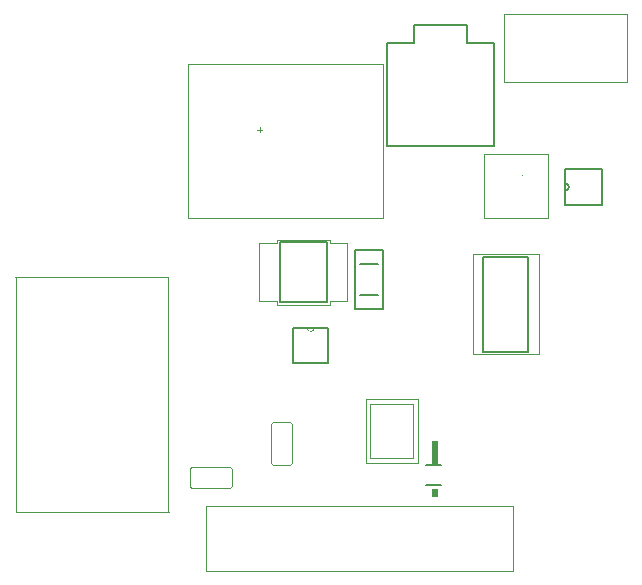
<source format=gm1>
G04*
G04 #@! TF.GenerationSoftware,Altium Limited,Altium Designer,18.0.12 (696)*
G04*
G04 Layer_Color=16711935*
%FSLAX44Y44*%
%MOMM*%
G71*
G01*
G75*
%ADD10C,0.1000*%
%ADD11C,0.0000*%
%ADD14C,0.1524*%
%ADD15C,0.1270*%
%ADD72C,0.0254*%
%ADD107C,0.0500*%
G36*
X705696Y285830D02*
Y279142D01*
X700810D01*
Y285830D01*
X705696D01*
D02*
G37*
G36*
X700810Y327122D02*
Y306830D01*
X705765D01*
Y327122D01*
X700810D01*
D02*
G37*
D10*
X648750Y358110D02*
X684750D01*
Y312110D02*
Y358110D01*
X648750Y312110D02*
X684750D01*
X648750D02*
Y358110D01*
X554990Y588550D02*
Y592550D01*
X552990Y590550D02*
X556990D01*
X659350Y515640D02*
Y645640D01*
X494350Y515640D02*
Y645640D01*
Y515640D02*
X659350D01*
X494350Y645640D02*
X659350D01*
D11*
X595122Y422656D02*
G03*
X601218Y422656I3048J0D01*
G01*
D14*
X813755Y538891D02*
G03*
X813755Y544987I0J3048D01*
G01*
X844743Y526446D02*
Y557434D01*
X813755D02*
X844743D01*
X813755Y544987D02*
Y557434D01*
Y538891D02*
Y544987D01*
Y526446D02*
Y538891D01*
Y526446D02*
X844743D01*
X583184Y392684D02*
X613156D01*
Y422656D01*
X601218D02*
X613156D01*
X595122D02*
X601218D01*
X583184D02*
X595122D01*
X583184Y392684D02*
Y422656D01*
D15*
X696060Y306830D02*
X708560D01*
X696060Y289830D02*
X708560D01*
X744270Y402588D02*
Y482588D01*
Y402588D02*
X782270D01*
Y482588D01*
X744270D02*
X782270D01*
X753028Y576590D02*
Y664090D01*
X730527D02*
X753028D01*
X730527D02*
Y679090D01*
X685527D02*
X730527D01*
X685527Y664090D02*
Y679090D01*
X663027Y664090D02*
X685527D01*
X663027Y576590D02*
Y664090D01*
Y576590D02*
X753028D01*
X571820Y444900D02*
X611820D01*
Y494900D01*
X571820D02*
X611820D01*
X571820Y444900D02*
Y494900D01*
X635582Y438550D02*
X659583D01*
X635582D02*
Y488550D01*
X659583D01*
Y438550D02*
Y488550D01*
X639582Y477050D02*
X655583D01*
X639582Y450050D02*
X655583D01*
D72*
X769420Y216850D02*
Y271850D01*
X509420D02*
X769420D01*
X509420Y216850D02*
Y271850D01*
Y216850D02*
X769420D01*
X477510Y267460D02*
X478510Y266460D01*
X477510Y267460D02*
Y465460D01*
X348510Y266460D02*
X478510D01*
X348510D02*
Y465460D01*
X348210Y465360D02*
X477210D01*
X530272Y287110D02*
X531772Y288610D01*
Y302810D01*
X530072Y304510D02*
X531772Y302810D01*
X495572Y288710D02*
Y303110D01*
X496972Y304510D02*
X530072D01*
X495572Y303110D02*
X496972Y304510D01*
X495572Y288710D02*
X497172Y287110D01*
X530272D01*
X564582Y308098D02*
X566082Y306598D01*
X580282D01*
X581982Y308298D01*
X566182Y342798D02*
X580582D01*
X581982Y308298D02*
Y341398D01*
X580582Y342798D02*
X581982Y341398D01*
X564582Y341198D02*
X566182Y342798D01*
X564582Y308098D02*
Y341198D01*
X745000Y515450D02*
Y569450D01*
Y515450D02*
X799000D01*
Y569450D01*
X745000D02*
X799000D01*
X777000Y552450D02*
X777000D01*
X761890Y688600D02*
X865890D01*
X761890Y632700D02*
Y688600D01*
X865890Y630500D02*
Y688600D01*
X764090Y630500D02*
X865890D01*
X762090D02*
X764090D01*
X761890Y630700D02*
X762090Y630500D01*
X761890Y630700D02*
Y632700D01*
D107*
X735270Y400088D02*
Y485088D01*
Y400088D02*
X791270D01*
Y485088D01*
X735270D02*
X791270D01*
X644750Y308110D02*
Y362110D01*
Y308110D02*
X688750D01*
Y362110D01*
X644750D02*
X688750D01*
X569320Y494400D02*
Y497400D01*
X554720Y494400D02*
X569320D01*
X554720Y445400D02*
Y494400D01*
Y445400D02*
X569320D01*
Y442400D02*
Y445400D01*
Y442400D02*
X614320D01*
Y445400D01*
X628920D01*
Y494400D01*
X614320D02*
X628920D01*
X614320D02*
Y497400D01*
X569320D02*
X614320D01*
M02*

</source>
